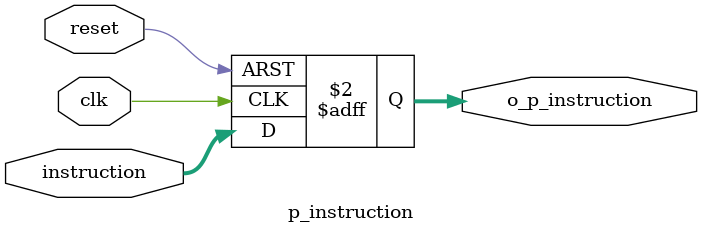
<source format=sv>
module p_instruction(
    input logic clk,
    input logic reset,
    input logic [31:0]instruction,
    output logic [31:0]o_p_instruction
);
always @(posedge clk,posedge reset)begin
    if (reset) o_p_instruction=0;
    else o_p_instruction=instruction;
end    
endmodule
</source>
